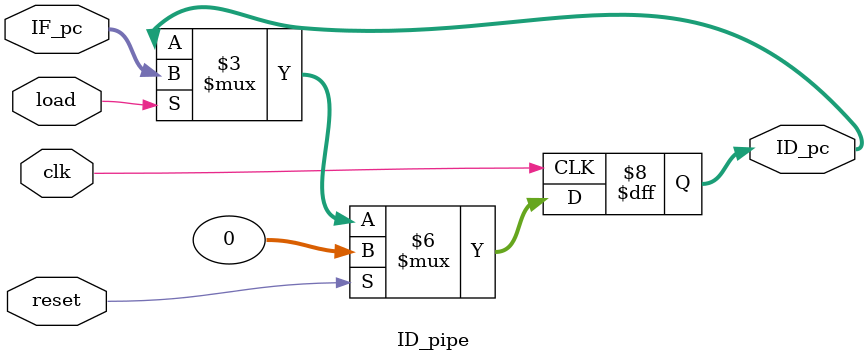
<source format=sv>
module ID_pipe
(
	input [31:0] IF_pc,
	output logic [31:0] ID_pc,
	input clk,
	input reset,
	input load
);

initial
begin
	ID_pc=0;
end
always_ff @ (posedge clk) begin

	if(reset) begin
		ID_pc<=0;
	end
	else if(load) begin
		ID_pc<=IF_pc;
	end

end
endmodule : ID_pipe
</source>
